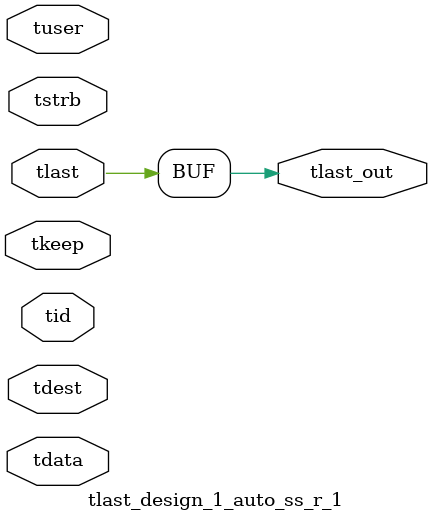
<source format=v>


`timescale 1ps/1ps

module tlast_design_1_auto_ss_r_1 #
(
parameter C_S_AXIS_TID_WIDTH   = 1,
parameter C_S_AXIS_TUSER_WIDTH = 0,
parameter C_S_AXIS_TDATA_WIDTH = 0,
parameter C_S_AXIS_TDEST_WIDTH = 0
)
(
input  [(C_S_AXIS_TID_WIDTH   == 0 ? 1 : C_S_AXIS_TID_WIDTH)-1:0       ] tid,
input  [(C_S_AXIS_TDATA_WIDTH == 0 ? 1 : C_S_AXIS_TDATA_WIDTH)-1:0     ] tdata,
input  [(C_S_AXIS_TUSER_WIDTH == 0 ? 1 : C_S_AXIS_TUSER_WIDTH)-1:0     ] tuser,
input  [(C_S_AXIS_TDEST_WIDTH == 0 ? 1 : C_S_AXIS_TDEST_WIDTH)-1:0     ] tdest,
input  [(C_S_AXIS_TDATA_WIDTH/8)-1:0 ] tkeep,
input  [(C_S_AXIS_TDATA_WIDTH/8)-1:0 ] tstrb,
input  [0:0]                                                             tlast,
output                                                                   tlast_out
);

assign tlast_out = {tlast};

endmodule


</source>
